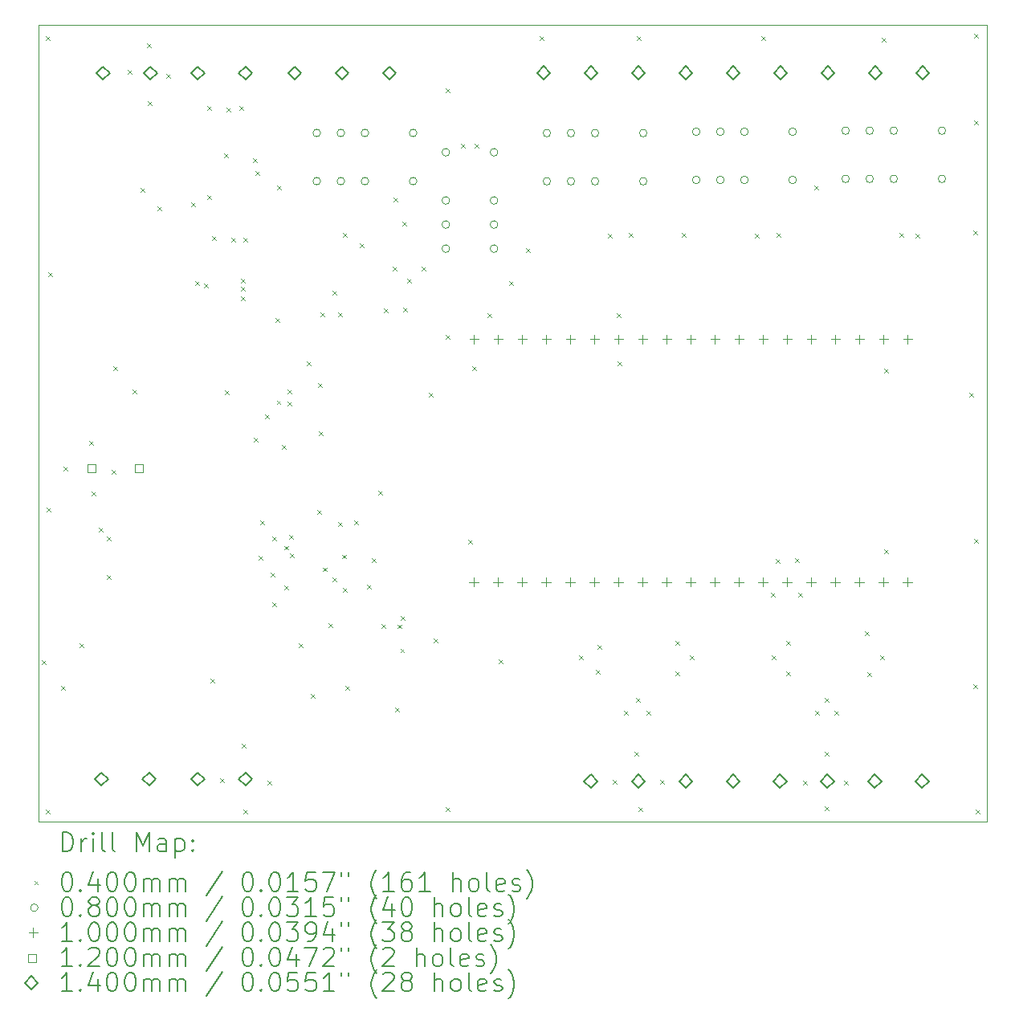
<source format=gbr>
%TF.GenerationSoftware,KiCad,Pcbnew,(6.0.8)*%
%TF.CreationDate,2023-11-14T22:21:59+13:00*%
%TF.ProjectId,Brain,42726169-6e2e-46b6-9963-61645f706362,rev?*%
%TF.SameCoordinates,Original*%
%TF.FileFunction,Drillmap*%
%TF.FilePolarity,Positive*%
%FSLAX45Y45*%
G04 Gerber Fmt 4.5, Leading zero omitted, Abs format (unit mm)*
G04 Created by KiCad (PCBNEW (6.0.8)) date 2023-11-14 22:21:59*
%MOMM*%
%LPD*%
G01*
G04 APERTURE LIST*
%ADD10C,0.100000*%
%ADD11C,0.200000*%
%ADD12C,0.040000*%
%ADD13C,0.080000*%
%ADD14C,0.120000*%
%ADD15C,0.140000*%
G04 APERTURE END LIST*
D10*
X10000000Y-15000000D02*
X20000000Y-15000000D01*
X20000000Y-15000000D02*
X20000000Y-6600000D01*
X20000000Y-6600000D02*
X10000000Y-6600000D01*
X10000000Y-6600000D02*
X10000000Y-15000000D01*
D11*
D12*
X10038400Y-13302300D02*
X10078400Y-13342300D01*
X10078400Y-13302300D02*
X10038400Y-13342300D01*
X10076500Y-6723700D02*
X10116500Y-6763700D01*
X10116500Y-6723700D02*
X10076500Y-6763700D01*
X10076500Y-14877100D02*
X10116500Y-14917100D01*
X10116500Y-14877100D02*
X10076500Y-14917100D01*
X10089200Y-11689400D02*
X10129200Y-11729400D01*
X10129200Y-11689400D02*
X10089200Y-11729400D01*
X10101900Y-9212900D02*
X10141900Y-9252900D01*
X10141900Y-9212900D02*
X10101900Y-9252900D01*
X10241600Y-13569000D02*
X10281600Y-13609000D01*
X10281600Y-13569000D02*
X10241600Y-13609000D01*
X10267000Y-11257600D02*
X10307000Y-11297600D01*
X10307000Y-11257600D02*
X10267000Y-11297600D01*
X10432100Y-13124500D02*
X10472100Y-13164500D01*
X10472100Y-13124500D02*
X10432100Y-13164500D01*
X10533700Y-10990900D02*
X10573700Y-11030900D01*
X10573700Y-10990900D02*
X10533700Y-11030900D01*
X10559100Y-11524300D02*
X10599100Y-11564300D01*
X10599100Y-11524300D02*
X10559100Y-11564300D01*
X10635300Y-11905300D02*
X10675300Y-11945300D01*
X10675300Y-11905300D02*
X10635300Y-11945300D01*
X10724200Y-11994200D02*
X10764200Y-12034200D01*
X10764200Y-11994200D02*
X10724200Y-12034200D01*
X10724200Y-12400600D02*
X10764200Y-12440600D01*
X10764200Y-12400600D02*
X10724200Y-12440600D01*
X10775000Y-11295700D02*
X10815000Y-11335700D01*
X10815000Y-11295700D02*
X10775000Y-11335700D01*
X10787700Y-10203500D02*
X10827700Y-10243500D01*
X10827700Y-10203500D02*
X10787700Y-10243500D01*
X10940100Y-7079300D02*
X10980100Y-7119300D01*
X10980100Y-7079300D02*
X10940100Y-7119300D01*
X10990900Y-10444800D02*
X11030900Y-10484800D01*
X11030900Y-10444800D02*
X10990900Y-10484800D01*
X11079800Y-8323900D02*
X11119800Y-8363900D01*
X11119800Y-8323900D02*
X11079800Y-8363900D01*
X11143300Y-6799900D02*
X11183300Y-6839900D01*
X11183300Y-6799900D02*
X11143300Y-6839900D01*
X11156000Y-7409500D02*
X11196000Y-7449500D01*
X11196000Y-7409500D02*
X11156000Y-7449500D01*
X11257600Y-8514400D02*
X11297600Y-8554400D01*
X11297600Y-8514400D02*
X11257600Y-8554400D01*
X11346500Y-7117400D02*
X11386500Y-7157400D01*
X11386500Y-7117400D02*
X11346500Y-7157400D01*
X11613200Y-8476300D02*
X11653200Y-8516300D01*
X11653200Y-8476300D02*
X11613200Y-8516300D01*
X11651300Y-9301800D02*
X11691300Y-9341800D01*
X11691300Y-9301800D02*
X11651300Y-9341800D01*
X11747600Y-9332500D02*
X11787600Y-9372500D01*
X11787600Y-9332500D02*
X11747600Y-9372500D01*
X11778300Y-7460300D02*
X11818300Y-7500300D01*
X11818300Y-7460300D02*
X11778300Y-7500300D01*
X11778300Y-8400100D02*
X11818300Y-8440100D01*
X11818300Y-8400100D02*
X11778300Y-8440100D01*
X11816400Y-13492800D02*
X11856400Y-13532800D01*
X11856400Y-13492800D02*
X11816400Y-13532800D01*
X11829100Y-8831900D02*
X11869100Y-8871900D01*
X11869100Y-8831900D02*
X11829100Y-8871900D01*
X11918000Y-14546900D02*
X11958000Y-14586900D01*
X11958000Y-14546900D02*
X11918000Y-14586900D01*
X11956100Y-7955600D02*
X11996100Y-7995600D01*
X11996100Y-7955600D02*
X11956100Y-7995600D01*
X11968250Y-10458050D02*
X12008250Y-10498050D01*
X12008250Y-10458050D02*
X11968250Y-10498050D01*
X11981500Y-7473000D02*
X12021500Y-7513000D01*
X12021500Y-7473000D02*
X11981500Y-7513000D01*
X12032300Y-8844600D02*
X12072300Y-8884600D01*
X12072300Y-8844600D02*
X12032300Y-8884600D01*
X12121200Y-7460300D02*
X12161200Y-7500300D01*
X12161200Y-7460300D02*
X12121200Y-7500300D01*
X12133900Y-9276400D02*
X12173900Y-9316400D01*
X12173900Y-9276400D02*
X12133900Y-9316400D01*
X12133900Y-9365300D02*
X12173900Y-9405300D01*
X12173900Y-9365300D02*
X12133900Y-9405300D01*
X12133900Y-9466900D02*
X12173900Y-9506900D01*
X12173900Y-9466900D02*
X12133900Y-9506900D01*
X12146600Y-14178600D02*
X12186600Y-14218600D01*
X12186600Y-14178600D02*
X12146600Y-14218600D01*
X12159300Y-8844600D02*
X12199300Y-8884600D01*
X12199300Y-8844600D02*
X12159300Y-8884600D01*
X12159300Y-14877100D02*
X12199300Y-14917100D01*
X12199300Y-14877100D02*
X12159300Y-14917100D01*
X12260900Y-8006400D02*
X12300900Y-8046400D01*
X12300900Y-8006400D02*
X12260900Y-8046400D01*
X12273600Y-10952800D02*
X12313600Y-10992800D01*
X12313600Y-10952800D02*
X12273600Y-10992800D01*
X12286300Y-8146100D02*
X12326300Y-8186100D01*
X12326300Y-8146100D02*
X12286300Y-8186100D01*
X12324400Y-12197400D02*
X12364400Y-12237400D01*
X12364400Y-12197400D02*
X12324400Y-12237400D01*
X12337100Y-11829100D02*
X12377100Y-11869100D01*
X12377100Y-11829100D02*
X12337100Y-11869100D01*
X12387900Y-10711500D02*
X12427900Y-10751500D01*
X12427900Y-10711500D02*
X12387900Y-10751500D01*
X12413300Y-14572300D02*
X12453300Y-14612300D01*
X12453300Y-14572300D02*
X12413300Y-14612300D01*
X12451400Y-12375200D02*
X12491400Y-12415200D01*
X12491400Y-12375200D02*
X12451400Y-12415200D01*
X12464100Y-11994200D02*
X12504100Y-12034200D01*
X12504100Y-11994200D02*
X12464100Y-12034200D01*
X12464100Y-12692700D02*
X12504100Y-12732700D01*
X12504100Y-12692700D02*
X12464100Y-12732700D01*
X12502200Y-9695500D02*
X12542200Y-9735500D01*
X12542200Y-9695500D02*
X12502200Y-9735500D01*
X12512950Y-10561050D02*
X12552950Y-10601050D01*
X12552950Y-10561050D02*
X12512950Y-10601050D01*
X12514900Y-8298500D02*
X12554900Y-8338500D01*
X12554900Y-8298500D02*
X12514900Y-8338500D01*
X12565700Y-11029000D02*
X12605700Y-11069000D01*
X12605700Y-11029000D02*
X12565700Y-11069000D01*
X12590613Y-12095216D02*
X12630613Y-12135216D01*
X12630613Y-12095216D02*
X12590613Y-12135216D01*
X12591100Y-12514900D02*
X12631100Y-12554900D01*
X12631100Y-12514900D02*
X12591100Y-12554900D01*
X12625700Y-10448300D02*
X12665700Y-10488300D01*
X12665700Y-10448300D02*
X12625700Y-10488300D01*
X12625700Y-10575300D02*
X12665700Y-10615300D01*
X12665700Y-10575300D02*
X12625700Y-10615300D01*
X12641900Y-11981500D02*
X12681900Y-12021500D01*
X12681900Y-11981500D02*
X12641900Y-12021500D01*
X12654600Y-12172000D02*
X12694600Y-12212000D01*
X12694600Y-12172000D02*
X12654600Y-12212000D01*
X12743500Y-13124500D02*
X12783500Y-13164500D01*
X12783500Y-13124500D02*
X12743500Y-13164500D01*
X12832400Y-10152700D02*
X12872400Y-10192700D01*
X12872400Y-10152700D02*
X12832400Y-10192700D01*
X12870500Y-13657900D02*
X12910500Y-13697900D01*
X12910500Y-13657900D02*
X12870500Y-13697900D01*
X12939050Y-11714400D02*
X12979050Y-11754400D01*
X12979050Y-11714400D02*
X12939050Y-11754400D01*
X12946700Y-10381300D02*
X12986700Y-10421300D01*
X12986700Y-10381300D02*
X12946700Y-10421300D01*
X12959400Y-10889300D02*
X12999400Y-10929300D01*
X12999400Y-10889300D02*
X12959400Y-10929300D01*
X12972100Y-9632000D02*
X13012100Y-9672000D01*
X13012100Y-9632000D02*
X12972100Y-9672000D01*
X12999046Y-12322853D02*
X13039046Y-12362853D01*
X13039046Y-12322853D02*
X12999046Y-12362853D01*
X13061000Y-12908600D02*
X13101000Y-12948600D01*
X13101000Y-12908600D02*
X13061000Y-12948600D01*
X13099100Y-12426000D02*
X13139100Y-12466000D01*
X13139100Y-12426000D02*
X13099100Y-12466000D01*
X13102150Y-9406450D02*
X13142150Y-9446450D01*
X13142150Y-9406450D02*
X13102150Y-9446450D01*
X13162600Y-9632000D02*
X13202600Y-9672000D01*
X13202600Y-9632000D02*
X13162600Y-9672000D01*
X13162600Y-11841400D02*
X13202600Y-11881400D01*
X13202600Y-11841400D02*
X13162600Y-11881400D01*
X13198963Y-12186437D02*
X13238963Y-12226437D01*
X13238963Y-12186437D02*
X13198963Y-12226437D01*
X13213400Y-8793800D02*
X13253400Y-8833800D01*
X13253400Y-8793800D02*
X13213400Y-8833800D01*
X13213400Y-12540300D02*
X13253400Y-12580300D01*
X13253400Y-12540300D02*
X13213400Y-12580300D01*
X13238800Y-13569000D02*
X13278800Y-13609000D01*
X13278800Y-13569000D02*
X13238800Y-13609000D01*
X13327700Y-11829100D02*
X13367700Y-11869100D01*
X13367700Y-11829100D02*
X13327700Y-11869100D01*
X13391200Y-8908100D02*
X13431200Y-8948100D01*
X13431200Y-8908100D02*
X13391200Y-8948100D01*
X13467400Y-12502200D02*
X13507400Y-12542200D01*
X13507400Y-12502200D02*
X13467400Y-12542200D01*
X13518200Y-12222800D02*
X13558200Y-12262800D01*
X13558200Y-12222800D02*
X13518200Y-12262800D01*
X13581700Y-11511600D02*
X13621700Y-11551600D01*
X13621700Y-11511600D02*
X13581700Y-11551600D01*
X13619800Y-12921300D02*
X13659800Y-12961300D01*
X13659800Y-12921300D02*
X13619800Y-12961300D01*
X13645200Y-9593900D02*
X13685200Y-9633900D01*
X13685200Y-9593900D02*
X13645200Y-9633900D01*
X13734100Y-9149400D02*
X13774100Y-9189400D01*
X13774100Y-9149400D02*
X13734100Y-9189400D01*
X13746800Y-8425500D02*
X13786800Y-8465500D01*
X13786800Y-8425500D02*
X13746800Y-8465500D01*
X13759500Y-13797600D02*
X13799500Y-13837600D01*
X13799500Y-13797600D02*
X13759500Y-13837600D01*
X13783628Y-12924269D02*
X13823628Y-12964269D01*
X13823628Y-12924269D02*
X13783628Y-12964269D01*
X13816750Y-13177424D02*
X13856750Y-13217424D01*
X13856750Y-13177424D02*
X13816750Y-13217424D01*
X13823000Y-12832400D02*
X13863000Y-12872400D01*
X13863000Y-12832400D02*
X13823000Y-12872400D01*
X13835700Y-8679500D02*
X13875700Y-8719500D01*
X13875700Y-8679500D02*
X13835700Y-8719500D01*
X13848400Y-9581200D02*
X13888400Y-9621200D01*
X13888400Y-9581200D02*
X13848400Y-9621200D01*
X13886500Y-9276400D02*
X13926500Y-9316400D01*
X13926500Y-9276400D02*
X13886500Y-9316400D01*
X14038900Y-9149400D02*
X14078900Y-9189400D01*
X14078900Y-9149400D02*
X14038900Y-9189400D01*
X14115100Y-10482900D02*
X14155100Y-10522900D01*
X14155100Y-10482900D02*
X14115100Y-10522900D01*
X14165900Y-13073700D02*
X14205900Y-13113700D01*
X14205900Y-13073700D02*
X14165900Y-13113700D01*
X14292900Y-7269800D02*
X14332900Y-7309800D01*
X14332900Y-7269800D02*
X14292900Y-7309800D01*
X14292900Y-9873300D02*
X14332900Y-9913300D01*
X14332900Y-9873300D02*
X14292900Y-9913300D01*
X14292900Y-14851700D02*
X14332900Y-14891700D01*
X14332900Y-14851700D02*
X14292900Y-14891700D01*
X14458000Y-7854000D02*
X14498000Y-7894000D01*
X14498000Y-7854000D02*
X14458000Y-7894000D01*
X14534200Y-12032300D02*
X14574200Y-12072300D01*
X14574200Y-12032300D02*
X14534200Y-12072300D01*
X14572300Y-10203500D02*
X14612300Y-10243500D01*
X14612300Y-10203500D02*
X14572300Y-10243500D01*
X14597700Y-7854000D02*
X14637700Y-7894000D01*
X14637700Y-7854000D02*
X14597700Y-7894000D01*
X14737400Y-9644700D02*
X14777400Y-9684700D01*
X14777400Y-9644700D02*
X14737400Y-9684700D01*
X14851700Y-13289600D02*
X14891700Y-13329600D01*
X14891700Y-13289600D02*
X14851700Y-13329600D01*
X14966000Y-9301800D02*
X15006000Y-9341800D01*
X15006000Y-9301800D02*
X14966000Y-9341800D01*
X15143800Y-8958900D02*
X15183800Y-8998900D01*
X15183800Y-8958900D02*
X15143800Y-8998900D01*
X15283500Y-6723700D02*
X15323500Y-6763700D01*
X15323500Y-6723700D02*
X15283500Y-6763700D01*
X15702600Y-13251500D02*
X15742600Y-13291500D01*
X15742600Y-13251500D02*
X15702600Y-13291500D01*
X15880400Y-13403900D02*
X15920400Y-13443900D01*
X15920400Y-13403900D02*
X15880400Y-13443900D01*
X15893100Y-13137200D02*
X15933100Y-13177200D01*
X15933100Y-13137200D02*
X15893100Y-13177200D01*
X16007400Y-8806500D02*
X16047400Y-8846500D01*
X16047400Y-8806500D02*
X16007400Y-8846500D01*
X16058200Y-14559600D02*
X16098200Y-14599600D01*
X16098200Y-14559600D02*
X16058200Y-14599600D01*
X16096300Y-9644700D02*
X16136300Y-9684700D01*
X16136300Y-9644700D02*
X16096300Y-9684700D01*
X16109000Y-10152700D02*
X16149000Y-10192700D01*
X16149000Y-10152700D02*
X16109000Y-10192700D01*
X16172500Y-13835700D02*
X16212500Y-13875700D01*
X16212500Y-13835700D02*
X16172500Y-13875700D01*
X16223300Y-8793800D02*
X16263300Y-8833800D01*
X16263300Y-8793800D02*
X16223300Y-8833800D01*
X16286800Y-14267500D02*
X16326800Y-14307500D01*
X16326800Y-14267500D02*
X16286800Y-14307500D01*
X16299500Y-13696000D02*
X16339500Y-13736000D01*
X16339500Y-13696000D02*
X16299500Y-13736000D01*
X16312200Y-6723700D02*
X16352200Y-6763700D01*
X16352200Y-6723700D02*
X16312200Y-6763700D01*
X16324900Y-14851700D02*
X16364900Y-14891700D01*
X16364900Y-14851700D02*
X16324900Y-14891700D01*
X16413800Y-13835700D02*
X16453800Y-13875700D01*
X16453800Y-13835700D02*
X16413800Y-13875700D01*
X16553500Y-14559600D02*
X16593500Y-14599600D01*
X16593500Y-14559600D02*
X16553500Y-14599600D01*
X16718600Y-13099100D02*
X16758600Y-13139100D01*
X16758600Y-13099100D02*
X16718600Y-13139100D01*
X16718600Y-13416600D02*
X16758600Y-13456600D01*
X16758600Y-13416600D02*
X16718600Y-13456600D01*
X16782100Y-8793800D02*
X16822100Y-8833800D01*
X16822100Y-8793800D02*
X16782100Y-8833800D01*
X16871000Y-13251500D02*
X16911000Y-13291500D01*
X16911000Y-13251500D02*
X16871000Y-13291500D01*
X17556800Y-8806500D02*
X17596800Y-8846500D01*
X17596800Y-8806500D02*
X17556800Y-8846500D01*
X17620300Y-6723700D02*
X17660300Y-6763700D01*
X17660300Y-6723700D02*
X17620300Y-6763700D01*
X17721900Y-12591100D02*
X17761900Y-12631100D01*
X17761900Y-12591100D02*
X17721900Y-12631100D01*
X17734600Y-13251500D02*
X17774600Y-13291500D01*
X17774600Y-13251500D02*
X17734600Y-13291500D01*
X17772700Y-12235500D02*
X17812700Y-12275500D01*
X17812700Y-12235500D02*
X17772700Y-12275500D01*
X17785400Y-8793800D02*
X17825400Y-8833800D01*
X17825400Y-8793800D02*
X17785400Y-8833800D01*
X17887000Y-13099100D02*
X17927000Y-13139100D01*
X17927000Y-13099100D02*
X17887000Y-13139100D01*
X17887000Y-13416600D02*
X17927000Y-13456600D01*
X17927000Y-13416600D02*
X17887000Y-13456600D01*
X17975900Y-12222800D02*
X18015900Y-12262800D01*
X18015900Y-12222800D02*
X17975900Y-12262800D01*
X18014000Y-12591100D02*
X18054000Y-12631100D01*
X18054000Y-12591100D02*
X18014000Y-12631100D01*
X18064800Y-14572300D02*
X18104800Y-14612300D01*
X18104800Y-14572300D02*
X18064800Y-14612300D01*
X18179100Y-8298500D02*
X18219100Y-8338500D01*
X18219100Y-8298500D02*
X18179100Y-8338500D01*
X18191800Y-13835700D02*
X18231800Y-13875700D01*
X18231800Y-13835700D02*
X18191800Y-13875700D01*
X18293400Y-13696000D02*
X18333400Y-13736000D01*
X18333400Y-13696000D02*
X18293400Y-13736000D01*
X18293400Y-14267500D02*
X18333400Y-14307500D01*
X18333400Y-14267500D02*
X18293400Y-14307500D01*
X18293400Y-14839000D02*
X18333400Y-14879000D01*
X18333400Y-14839000D02*
X18293400Y-14879000D01*
X18395000Y-13835700D02*
X18435000Y-13875700D01*
X18435000Y-13835700D02*
X18395000Y-13875700D01*
X18496600Y-14572300D02*
X18536600Y-14612300D01*
X18536600Y-14572300D02*
X18496600Y-14612300D01*
X18712500Y-12997500D02*
X18752500Y-13037500D01*
X18752500Y-12997500D02*
X18712500Y-13037500D01*
X18737900Y-13429300D02*
X18777900Y-13469300D01*
X18777900Y-13429300D02*
X18737900Y-13469300D01*
X18877600Y-13251500D02*
X18917600Y-13291500D01*
X18917600Y-13251500D02*
X18877600Y-13291500D01*
X18890300Y-6736400D02*
X18930300Y-6776400D01*
X18930300Y-6736400D02*
X18890300Y-6776400D01*
X18915700Y-10228900D02*
X18955700Y-10268900D01*
X18955700Y-10228900D02*
X18915700Y-10268900D01*
X18915700Y-12133900D02*
X18955700Y-12173900D01*
X18955700Y-12133900D02*
X18915700Y-12173900D01*
X19080800Y-8793800D02*
X19120800Y-8833800D01*
X19120800Y-8793800D02*
X19080800Y-8833800D01*
X19245900Y-8806500D02*
X19285900Y-8846500D01*
X19285900Y-8806500D02*
X19245900Y-8846500D01*
X19817400Y-10482900D02*
X19857400Y-10522900D01*
X19857400Y-10482900D02*
X19817400Y-10522900D01*
X19855500Y-8768400D02*
X19895500Y-8808400D01*
X19895500Y-8768400D02*
X19855500Y-8808400D01*
X19855500Y-13556300D02*
X19895500Y-13596300D01*
X19895500Y-13556300D02*
X19855500Y-13596300D01*
X19868200Y-6698300D02*
X19908200Y-6738300D01*
X19908200Y-6698300D02*
X19868200Y-6738300D01*
X19868200Y-7612700D02*
X19908200Y-7652700D01*
X19908200Y-7612700D02*
X19868200Y-7652700D01*
X19868200Y-12019600D02*
X19908200Y-12059600D01*
X19908200Y-12019600D02*
X19868200Y-12059600D01*
X19880900Y-14877100D02*
X19920900Y-14917100D01*
X19920900Y-14877100D02*
X19880900Y-14917100D01*
D13*
X12974050Y-7741550D02*
G75*
G03*
X12974050Y-7741550I-40000J0D01*
G01*
X12974050Y-8249550D02*
G75*
G03*
X12974050Y-8249550I-40000J0D01*
G01*
X13228050Y-7741550D02*
G75*
G03*
X13228050Y-7741550I-40000J0D01*
G01*
X13228050Y-8249550D02*
G75*
G03*
X13228050Y-8249550I-40000J0D01*
G01*
X13482050Y-7741550D02*
G75*
G03*
X13482050Y-7741550I-40000J0D01*
G01*
X13482050Y-8249550D02*
G75*
G03*
X13482050Y-8249550I-40000J0D01*
G01*
X13990050Y-7741550D02*
G75*
G03*
X13990050Y-7741550I-40000J0D01*
G01*
X13990050Y-8249550D02*
G75*
G03*
X13990050Y-8249550I-40000J0D01*
G01*
X14334750Y-7944750D02*
G75*
G03*
X14334750Y-7944750I-40000J0D01*
G01*
X14334750Y-8452750D02*
G75*
G03*
X14334750Y-8452750I-40000J0D01*
G01*
X14334750Y-8706750D02*
G75*
G03*
X14334750Y-8706750I-40000J0D01*
G01*
X14334750Y-8960750D02*
G75*
G03*
X14334750Y-8960750I-40000J0D01*
G01*
X14842750Y-7944750D02*
G75*
G03*
X14842750Y-7944750I-40000J0D01*
G01*
X14842750Y-8452750D02*
G75*
G03*
X14842750Y-8452750I-40000J0D01*
G01*
X14842750Y-8706750D02*
G75*
G03*
X14842750Y-8706750I-40000J0D01*
G01*
X14842750Y-8960750D02*
G75*
G03*
X14842750Y-8960750I-40000J0D01*
G01*
X15399750Y-7741550D02*
G75*
G03*
X15399750Y-7741550I-40000J0D01*
G01*
X15399750Y-8249550D02*
G75*
G03*
X15399750Y-8249550I-40000J0D01*
G01*
X15653750Y-7741550D02*
G75*
G03*
X15653750Y-7741550I-40000J0D01*
G01*
X15653750Y-8249550D02*
G75*
G03*
X15653750Y-8249550I-40000J0D01*
G01*
X15907750Y-7741550D02*
G75*
G03*
X15907750Y-7741550I-40000J0D01*
G01*
X15907750Y-8249550D02*
G75*
G03*
X15907750Y-8249550I-40000J0D01*
G01*
X16415750Y-7741550D02*
G75*
G03*
X16415750Y-7741550I-40000J0D01*
G01*
X16415750Y-8249550D02*
G75*
G03*
X16415750Y-8249550I-40000J0D01*
G01*
X16974550Y-7728850D02*
G75*
G03*
X16974550Y-7728850I-40000J0D01*
G01*
X16974550Y-8236850D02*
G75*
G03*
X16974550Y-8236850I-40000J0D01*
G01*
X17228550Y-7728850D02*
G75*
G03*
X17228550Y-7728850I-40000J0D01*
G01*
X17228550Y-8236850D02*
G75*
G03*
X17228550Y-8236850I-40000J0D01*
G01*
X17482550Y-7728850D02*
G75*
G03*
X17482550Y-7728850I-40000J0D01*
G01*
X17482550Y-8236850D02*
G75*
G03*
X17482550Y-8236850I-40000J0D01*
G01*
X17990550Y-7728850D02*
G75*
G03*
X17990550Y-7728850I-40000J0D01*
G01*
X17990550Y-8236850D02*
G75*
G03*
X17990550Y-8236850I-40000J0D01*
G01*
X18549350Y-7716150D02*
G75*
G03*
X18549350Y-7716150I-40000J0D01*
G01*
X18549350Y-8224150D02*
G75*
G03*
X18549350Y-8224150I-40000J0D01*
G01*
X18803350Y-7716150D02*
G75*
G03*
X18803350Y-7716150I-40000J0D01*
G01*
X18803350Y-8224150D02*
G75*
G03*
X18803350Y-8224150I-40000J0D01*
G01*
X19057350Y-7716150D02*
G75*
G03*
X19057350Y-7716150I-40000J0D01*
G01*
X19057350Y-8224150D02*
G75*
G03*
X19057350Y-8224150I-40000J0D01*
G01*
X19565350Y-7716150D02*
G75*
G03*
X19565350Y-7716150I-40000J0D01*
G01*
X19565350Y-8224150D02*
G75*
G03*
X19565350Y-8224150I-40000J0D01*
G01*
D10*
X14591300Y-12423900D02*
X14591300Y-12523900D01*
X14541300Y-12473900D02*
X14641300Y-12473900D01*
X14593300Y-9866200D02*
X14593300Y-9966200D01*
X14543300Y-9916200D02*
X14643300Y-9916200D01*
X14845300Y-12423900D02*
X14845300Y-12523900D01*
X14795300Y-12473900D02*
X14895300Y-12473900D01*
X14847300Y-9866200D02*
X14847300Y-9966200D01*
X14797300Y-9916200D02*
X14897300Y-9916200D01*
X15099300Y-12423900D02*
X15099300Y-12523900D01*
X15049300Y-12473900D02*
X15149300Y-12473900D01*
X15101300Y-9866200D02*
X15101300Y-9966200D01*
X15051300Y-9916200D02*
X15151300Y-9916200D01*
X15353300Y-12423900D02*
X15353300Y-12523900D01*
X15303300Y-12473900D02*
X15403300Y-12473900D01*
X15355300Y-9866200D02*
X15355300Y-9966200D01*
X15305300Y-9916200D02*
X15405300Y-9916200D01*
X15607300Y-12423900D02*
X15607300Y-12523900D01*
X15557300Y-12473900D02*
X15657300Y-12473900D01*
X15609300Y-9866200D02*
X15609300Y-9966200D01*
X15559300Y-9916200D02*
X15659300Y-9916200D01*
X15861300Y-12423900D02*
X15861300Y-12523900D01*
X15811300Y-12473900D02*
X15911300Y-12473900D01*
X15863300Y-9866200D02*
X15863300Y-9966200D01*
X15813300Y-9916200D02*
X15913300Y-9916200D01*
X16115300Y-12423900D02*
X16115300Y-12523900D01*
X16065300Y-12473900D02*
X16165300Y-12473900D01*
X16117300Y-9866200D02*
X16117300Y-9966200D01*
X16067300Y-9916200D02*
X16167300Y-9916200D01*
X16369300Y-12423900D02*
X16369300Y-12523900D01*
X16319300Y-12473900D02*
X16419300Y-12473900D01*
X16371300Y-9866200D02*
X16371300Y-9966200D01*
X16321300Y-9916200D02*
X16421300Y-9916200D01*
X16623300Y-12423900D02*
X16623300Y-12523900D01*
X16573300Y-12473900D02*
X16673300Y-12473900D01*
X16625300Y-9866200D02*
X16625300Y-9966200D01*
X16575300Y-9916200D02*
X16675300Y-9916200D01*
X16877300Y-12423900D02*
X16877300Y-12523900D01*
X16827300Y-12473900D02*
X16927300Y-12473900D01*
X16879300Y-9866200D02*
X16879300Y-9966200D01*
X16829300Y-9916200D02*
X16929300Y-9916200D01*
X17131300Y-12423900D02*
X17131300Y-12523900D01*
X17081300Y-12473900D02*
X17181300Y-12473900D01*
X17133300Y-9866200D02*
X17133300Y-9966200D01*
X17083300Y-9916200D02*
X17183300Y-9916200D01*
X17385300Y-12423900D02*
X17385300Y-12523900D01*
X17335300Y-12473900D02*
X17435300Y-12473900D01*
X17387300Y-9866200D02*
X17387300Y-9966200D01*
X17337300Y-9916200D02*
X17437300Y-9916200D01*
X17639300Y-12423900D02*
X17639300Y-12523900D01*
X17589300Y-12473900D02*
X17689300Y-12473900D01*
X17641300Y-9866200D02*
X17641300Y-9966200D01*
X17591300Y-9916200D02*
X17691300Y-9916200D01*
X17893300Y-12423900D02*
X17893300Y-12523900D01*
X17843300Y-12473900D02*
X17943300Y-12473900D01*
X17895300Y-9866200D02*
X17895300Y-9966200D01*
X17845300Y-9916200D02*
X17945300Y-9916200D01*
X18147300Y-12423900D02*
X18147300Y-12523900D01*
X18097300Y-12473900D02*
X18197300Y-12473900D01*
X18149300Y-9866200D02*
X18149300Y-9966200D01*
X18099300Y-9916200D02*
X18199300Y-9916200D01*
X18401300Y-12423900D02*
X18401300Y-12523900D01*
X18351300Y-12473900D02*
X18451300Y-12473900D01*
X18403300Y-9866200D02*
X18403300Y-9966200D01*
X18353300Y-9916200D02*
X18453300Y-9916200D01*
X18655300Y-12423900D02*
X18655300Y-12523900D01*
X18605300Y-12473900D02*
X18705300Y-12473900D01*
X18657300Y-9866200D02*
X18657300Y-9966200D01*
X18607300Y-9916200D02*
X18707300Y-9916200D01*
X18909300Y-12423900D02*
X18909300Y-12523900D01*
X18859300Y-12473900D02*
X18959300Y-12473900D01*
X18911300Y-9866200D02*
X18911300Y-9966200D01*
X18861300Y-9916200D02*
X18961300Y-9916200D01*
X19163300Y-12423900D02*
X19163300Y-12523900D01*
X19113300Y-12473900D02*
X19213300Y-12473900D01*
X19165300Y-9866200D02*
X19165300Y-9966200D01*
X19115300Y-9916200D02*
X19215300Y-9916200D01*
D14*
X10604127Y-11320027D02*
X10604127Y-11235173D01*
X10519273Y-11235173D01*
X10519273Y-11320027D01*
X10604127Y-11320027D01*
X11104127Y-11320027D02*
X11104127Y-11235173D01*
X11019273Y-11235173D01*
X11019273Y-11320027D01*
X11104127Y-11320027D01*
D15*
X10664700Y-14623800D02*
X10734700Y-14553800D01*
X10664700Y-14483800D01*
X10594700Y-14553800D01*
X10664700Y-14623800D01*
X10680700Y-7182000D02*
X10750700Y-7112000D01*
X10680700Y-7042000D01*
X10610700Y-7112000D01*
X10680700Y-7182000D01*
X11164700Y-14623800D02*
X11234700Y-14553800D01*
X11164700Y-14483800D01*
X11094700Y-14553800D01*
X11164700Y-14623800D01*
X11180700Y-7182000D02*
X11250700Y-7112000D01*
X11180700Y-7042000D01*
X11110700Y-7112000D01*
X11180700Y-7182000D01*
X11680700Y-7182000D02*
X11750700Y-7112000D01*
X11680700Y-7042000D01*
X11610700Y-7112000D01*
X11680700Y-7182000D01*
X11680700Y-14623800D02*
X11750700Y-14553800D01*
X11680700Y-14483800D01*
X11610700Y-14553800D01*
X11680700Y-14623800D01*
X12180700Y-7182000D02*
X12250700Y-7112000D01*
X12180700Y-7042000D01*
X12110700Y-7112000D01*
X12180700Y-7182000D01*
X12180700Y-14623800D02*
X12250700Y-14553800D01*
X12180700Y-14483800D01*
X12110700Y-14553800D01*
X12180700Y-14623800D01*
X12700000Y-7182000D02*
X12770000Y-7112000D01*
X12700000Y-7042000D01*
X12630000Y-7112000D01*
X12700000Y-7182000D01*
X13200000Y-7182000D02*
X13270000Y-7112000D01*
X13200000Y-7042000D01*
X13130000Y-7112000D01*
X13200000Y-7182000D01*
X13700000Y-7182000D02*
X13770000Y-7112000D01*
X13700000Y-7042000D01*
X13630000Y-7112000D01*
X13700000Y-7182000D01*
X15324200Y-7178050D02*
X15394200Y-7108050D01*
X15324200Y-7038050D01*
X15254200Y-7108050D01*
X15324200Y-7178050D01*
X15823500Y-14645650D02*
X15893500Y-14575650D01*
X15823500Y-14505650D01*
X15753500Y-14575650D01*
X15823500Y-14645650D01*
X15824200Y-7178050D02*
X15894200Y-7108050D01*
X15824200Y-7038050D01*
X15754200Y-7108050D01*
X15824200Y-7178050D01*
X16323500Y-14645650D02*
X16393500Y-14575650D01*
X16323500Y-14505650D01*
X16253500Y-14575650D01*
X16323500Y-14645650D01*
X16324200Y-7178050D02*
X16394200Y-7108050D01*
X16324200Y-7038050D01*
X16254200Y-7108050D01*
X16324200Y-7178050D01*
X16822800Y-7178050D02*
X16892800Y-7108050D01*
X16822800Y-7038050D01*
X16752800Y-7108050D01*
X16822800Y-7178050D01*
X16823500Y-14645650D02*
X16893500Y-14575650D01*
X16823500Y-14505650D01*
X16753500Y-14575650D01*
X16823500Y-14645650D01*
X17322800Y-7178050D02*
X17392800Y-7108050D01*
X17322800Y-7038050D01*
X17252800Y-7108050D01*
X17322800Y-7178050D01*
X17323500Y-14645650D02*
X17393500Y-14575650D01*
X17323500Y-14505650D01*
X17253500Y-14575650D01*
X17323500Y-14645650D01*
X17817400Y-14645650D02*
X17887400Y-14575650D01*
X17817400Y-14505650D01*
X17747400Y-14575650D01*
X17817400Y-14645650D01*
X17822800Y-7178050D02*
X17892800Y-7108050D01*
X17822800Y-7038050D01*
X17752800Y-7108050D01*
X17822800Y-7178050D01*
X18317400Y-14645650D02*
X18387400Y-14575650D01*
X18317400Y-14505650D01*
X18247400Y-14575650D01*
X18317400Y-14645650D01*
X18321400Y-7178050D02*
X18391400Y-7108050D01*
X18321400Y-7038050D01*
X18251400Y-7108050D01*
X18321400Y-7178050D01*
X18817400Y-14645650D02*
X18887400Y-14575650D01*
X18817400Y-14505650D01*
X18747400Y-14575650D01*
X18817400Y-14645650D01*
X18821400Y-7178050D02*
X18891400Y-7108050D01*
X18821400Y-7038050D01*
X18751400Y-7108050D01*
X18821400Y-7178050D01*
X19317400Y-14645650D02*
X19387400Y-14575650D01*
X19317400Y-14505650D01*
X19247400Y-14575650D01*
X19317400Y-14645650D01*
X19321400Y-7178050D02*
X19391400Y-7108050D01*
X19321400Y-7038050D01*
X19251400Y-7108050D01*
X19321400Y-7178050D01*
D11*
X10252619Y-15315476D02*
X10252619Y-15115476D01*
X10300238Y-15115476D01*
X10328810Y-15125000D01*
X10347857Y-15144048D01*
X10357381Y-15163095D01*
X10366905Y-15201190D01*
X10366905Y-15229762D01*
X10357381Y-15267857D01*
X10347857Y-15286905D01*
X10328810Y-15305952D01*
X10300238Y-15315476D01*
X10252619Y-15315476D01*
X10452619Y-15315476D02*
X10452619Y-15182143D01*
X10452619Y-15220238D02*
X10462143Y-15201190D01*
X10471667Y-15191667D01*
X10490714Y-15182143D01*
X10509762Y-15182143D01*
X10576429Y-15315476D02*
X10576429Y-15182143D01*
X10576429Y-15115476D02*
X10566905Y-15125000D01*
X10576429Y-15134524D01*
X10585952Y-15125000D01*
X10576429Y-15115476D01*
X10576429Y-15134524D01*
X10700238Y-15315476D02*
X10681190Y-15305952D01*
X10671667Y-15286905D01*
X10671667Y-15115476D01*
X10805000Y-15315476D02*
X10785952Y-15305952D01*
X10776429Y-15286905D01*
X10776429Y-15115476D01*
X11033571Y-15315476D02*
X11033571Y-15115476D01*
X11100238Y-15258333D01*
X11166905Y-15115476D01*
X11166905Y-15315476D01*
X11347857Y-15315476D02*
X11347857Y-15210714D01*
X11338333Y-15191667D01*
X11319286Y-15182143D01*
X11281190Y-15182143D01*
X11262143Y-15191667D01*
X11347857Y-15305952D02*
X11328809Y-15315476D01*
X11281190Y-15315476D01*
X11262143Y-15305952D01*
X11252619Y-15286905D01*
X11252619Y-15267857D01*
X11262143Y-15248809D01*
X11281190Y-15239286D01*
X11328809Y-15239286D01*
X11347857Y-15229762D01*
X11443095Y-15182143D02*
X11443095Y-15382143D01*
X11443095Y-15191667D02*
X11462143Y-15182143D01*
X11500238Y-15182143D01*
X11519286Y-15191667D01*
X11528809Y-15201190D01*
X11538333Y-15220238D01*
X11538333Y-15277381D01*
X11528809Y-15296428D01*
X11519286Y-15305952D01*
X11500238Y-15315476D01*
X11462143Y-15315476D01*
X11443095Y-15305952D01*
X11624048Y-15296428D02*
X11633571Y-15305952D01*
X11624048Y-15315476D01*
X11614524Y-15305952D01*
X11624048Y-15296428D01*
X11624048Y-15315476D01*
X11624048Y-15191667D02*
X11633571Y-15201190D01*
X11624048Y-15210714D01*
X11614524Y-15201190D01*
X11624048Y-15191667D01*
X11624048Y-15210714D01*
D12*
X9955000Y-15625000D02*
X9995000Y-15665000D01*
X9995000Y-15625000D02*
X9955000Y-15665000D01*
D11*
X10290714Y-15535476D02*
X10309762Y-15535476D01*
X10328810Y-15545000D01*
X10338333Y-15554524D01*
X10347857Y-15573571D01*
X10357381Y-15611667D01*
X10357381Y-15659286D01*
X10347857Y-15697381D01*
X10338333Y-15716428D01*
X10328810Y-15725952D01*
X10309762Y-15735476D01*
X10290714Y-15735476D01*
X10271667Y-15725952D01*
X10262143Y-15716428D01*
X10252619Y-15697381D01*
X10243095Y-15659286D01*
X10243095Y-15611667D01*
X10252619Y-15573571D01*
X10262143Y-15554524D01*
X10271667Y-15545000D01*
X10290714Y-15535476D01*
X10443095Y-15716428D02*
X10452619Y-15725952D01*
X10443095Y-15735476D01*
X10433571Y-15725952D01*
X10443095Y-15716428D01*
X10443095Y-15735476D01*
X10624048Y-15602143D02*
X10624048Y-15735476D01*
X10576429Y-15525952D02*
X10528810Y-15668809D01*
X10652619Y-15668809D01*
X10766905Y-15535476D02*
X10785952Y-15535476D01*
X10805000Y-15545000D01*
X10814524Y-15554524D01*
X10824048Y-15573571D01*
X10833571Y-15611667D01*
X10833571Y-15659286D01*
X10824048Y-15697381D01*
X10814524Y-15716428D01*
X10805000Y-15725952D01*
X10785952Y-15735476D01*
X10766905Y-15735476D01*
X10747857Y-15725952D01*
X10738333Y-15716428D01*
X10728810Y-15697381D01*
X10719286Y-15659286D01*
X10719286Y-15611667D01*
X10728810Y-15573571D01*
X10738333Y-15554524D01*
X10747857Y-15545000D01*
X10766905Y-15535476D01*
X10957381Y-15535476D02*
X10976429Y-15535476D01*
X10995476Y-15545000D01*
X11005000Y-15554524D01*
X11014524Y-15573571D01*
X11024048Y-15611667D01*
X11024048Y-15659286D01*
X11014524Y-15697381D01*
X11005000Y-15716428D01*
X10995476Y-15725952D01*
X10976429Y-15735476D01*
X10957381Y-15735476D01*
X10938333Y-15725952D01*
X10928810Y-15716428D01*
X10919286Y-15697381D01*
X10909762Y-15659286D01*
X10909762Y-15611667D01*
X10919286Y-15573571D01*
X10928810Y-15554524D01*
X10938333Y-15545000D01*
X10957381Y-15535476D01*
X11109762Y-15735476D02*
X11109762Y-15602143D01*
X11109762Y-15621190D02*
X11119286Y-15611667D01*
X11138333Y-15602143D01*
X11166905Y-15602143D01*
X11185952Y-15611667D01*
X11195476Y-15630714D01*
X11195476Y-15735476D01*
X11195476Y-15630714D02*
X11205000Y-15611667D01*
X11224048Y-15602143D01*
X11252619Y-15602143D01*
X11271667Y-15611667D01*
X11281190Y-15630714D01*
X11281190Y-15735476D01*
X11376428Y-15735476D02*
X11376428Y-15602143D01*
X11376428Y-15621190D02*
X11385952Y-15611667D01*
X11405000Y-15602143D01*
X11433571Y-15602143D01*
X11452619Y-15611667D01*
X11462143Y-15630714D01*
X11462143Y-15735476D01*
X11462143Y-15630714D02*
X11471667Y-15611667D01*
X11490714Y-15602143D01*
X11519286Y-15602143D01*
X11538333Y-15611667D01*
X11547857Y-15630714D01*
X11547857Y-15735476D01*
X11938333Y-15525952D02*
X11766905Y-15783095D01*
X12195476Y-15535476D02*
X12214524Y-15535476D01*
X12233571Y-15545000D01*
X12243095Y-15554524D01*
X12252619Y-15573571D01*
X12262143Y-15611667D01*
X12262143Y-15659286D01*
X12252619Y-15697381D01*
X12243095Y-15716428D01*
X12233571Y-15725952D01*
X12214524Y-15735476D01*
X12195476Y-15735476D01*
X12176428Y-15725952D01*
X12166905Y-15716428D01*
X12157381Y-15697381D01*
X12147857Y-15659286D01*
X12147857Y-15611667D01*
X12157381Y-15573571D01*
X12166905Y-15554524D01*
X12176428Y-15545000D01*
X12195476Y-15535476D01*
X12347857Y-15716428D02*
X12357381Y-15725952D01*
X12347857Y-15735476D01*
X12338333Y-15725952D01*
X12347857Y-15716428D01*
X12347857Y-15735476D01*
X12481190Y-15535476D02*
X12500238Y-15535476D01*
X12519286Y-15545000D01*
X12528809Y-15554524D01*
X12538333Y-15573571D01*
X12547857Y-15611667D01*
X12547857Y-15659286D01*
X12538333Y-15697381D01*
X12528809Y-15716428D01*
X12519286Y-15725952D01*
X12500238Y-15735476D01*
X12481190Y-15735476D01*
X12462143Y-15725952D01*
X12452619Y-15716428D01*
X12443095Y-15697381D01*
X12433571Y-15659286D01*
X12433571Y-15611667D01*
X12443095Y-15573571D01*
X12452619Y-15554524D01*
X12462143Y-15545000D01*
X12481190Y-15535476D01*
X12738333Y-15735476D02*
X12624048Y-15735476D01*
X12681190Y-15735476D02*
X12681190Y-15535476D01*
X12662143Y-15564048D01*
X12643095Y-15583095D01*
X12624048Y-15592619D01*
X12919286Y-15535476D02*
X12824048Y-15535476D01*
X12814524Y-15630714D01*
X12824048Y-15621190D01*
X12843095Y-15611667D01*
X12890714Y-15611667D01*
X12909762Y-15621190D01*
X12919286Y-15630714D01*
X12928809Y-15649762D01*
X12928809Y-15697381D01*
X12919286Y-15716428D01*
X12909762Y-15725952D01*
X12890714Y-15735476D01*
X12843095Y-15735476D01*
X12824048Y-15725952D01*
X12814524Y-15716428D01*
X12995476Y-15535476D02*
X13128809Y-15535476D01*
X13043095Y-15735476D01*
X13195476Y-15535476D02*
X13195476Y-15573571D01*
X13271667Y-15535476D02*
X13271667Y-15573571D01*
X13566905Y-15811667D02*
X13557381Y-15802143D01*
X13538333Y-15773571D01*
X13528809Y-15754524D01*
X13519286Y-15725952D01*
X13509762Y-15678333D01*
X13509762Y-15640238D01*
X13519286Y-15592619D01*
X13528809Y-15564048D01*
X13538333Y-15545000D01*
X13557381Y-15516428D01*
X13566905Y-15506905D01*
X13747857Y-15735476D02*
X13633571Y-15735476D01*
X13690714Y-15735476D02*
X13690714Y-15535476D01*
X13671667Y-15564048D01*
X13652619Y-15583095D01*
X13633571Y-15592619D01*
X13919286Y-15535476D02*
X13881190Y-15535476D01*
X13862143Y-15545000D01*
X13852619Y-15554524D01*
X13833571Y-15583095D01*
X13824048Y-15621190D01*
X13824048Y-15697381D01*
X13833571Y-15716428D01*
X13843095Y-15725952D01*
X13862143Y-15735476D01*
X13900238Y-15735476D01*
X13919286Y-15725952D01*
X13928809Y-15716428D01*
X13938333Y-15697381D01*
X13938333Y-15649762D01*
X13928809Y-15630714D01*
X13919286Y-15621190D01*
X13900238Y-15611667D01*
X13862143Y-15611667D01*
X13843095Y-15621190D01*
X13833571Y-15630714D01*
X13824048Y-15649762D01*
X14128809Y-15735476D02*
X14014524Y-15735476D01*
X14071667Y-15735476D02*
X14071667Y-15535476D01*
X14052619Y-15564048D01*
X14033571Y-15583095D01*
X14014524Y-15592619D01*
X14366905Y-15735476D02*
X14366905Y-15535476D01*
X14452619Y-15735476D02*
X14452619Y-15630714D01*
X14443095Y-15611667D01*
X14424048Y-15602143D01*
X14395476Y-15602143D01*
X14376428Y-15611667D01*
X14366905Y-15621190D01*
X14576428Y-15735476D02*
X14557381Y-15725952D01*
X14547857Y-15716428D01*
X14538333Y-15697381D01*
X14538333Y-15640238D01*
X14547857Y-15621190D01*
X14557381Y-15611667D01*
X14576428Y-15602143D01*
X14605000Y-15602143D01*
X14624048Y-15611667D01*
X14633571Y-15621190D01*
X14643095Y-15640238D01*
X14643095Y-15697381D01*
X14633571Y-15716428D01*
X14624048Y-15725952D01*
X14605000Y-15735476D01*
X14576428Y-15735476D01*
X14757381Y-15735476D02*
X14738333Y-15725952D01*
X14728809Y-15706905D01*
X14728809Y-15535476D01*
X14909762Y-15725952D02*
X14890714Y-15735476D01*
X14852619Y-15735476D01*
X14833571Y-15725952D01*
X14824048Y-15706905D01*
X14824048Y-15630714D01*
X14833571Y-15611667D01*
X14852619Y-15602143D01*
X14890714Y-15602143D01*
X14909762Y-15611667D01*
X14919286Y-15630714D01*
X14919286Y-15649762D01*
X14824048Y-15668809D01*
X14995476Y-15725952D02*
X15014524Y-15735476D01*
X15052619Y-15735476D01*
X15071667Y-15725952D01*
X15081190Y-15706905D01*
X15081190Y-15697381D01*
X15071667Y-15678333D01*
X15052619Y-15668809D01*
X15024048Y-15668809D01*
X15005000Y-15659286D01*
X14995476Y-15640238D01*
X14995476Y-15630714D01*
X15005000Y-15611667D01*
X15024048Y-15602143D01*
X15052619Y-15602143D01*
X15071667Y-15611667D01*
X15147857Y-15811667D02*
X15157381Y-15802143D01*
X15176428Y-15773571D01*
X15185952Y-15754524D01*
X15195476Y-15725952D01*
X15205000Y-15678333D01*
X15205000Y-15640238D01*
X15195476Y-15592619D01*
X15185952Y-15564048D01*
X15176428Y-15545000D01*
X15157381Y-15516428D01*
X15147857Y-15506905D01*
D13*
X9995000Y-15909000D02*
G75*
G03*
X9995000Y-15909000I-40000J0D01*
G01*
D11*
X10290714Y-15799476D02*
X10309762Y-15799476D01*
X10328810Y-15809000D01*
X10338333Y-15818524D01*
X10347857Y-15837571D01*
X10357381Y-15875667D01*
X10357381Y-15923286D01*
X10347857Y-15961381D01*
X10338333Y-15980428D01*
X10328810Y-15989952D01*
X10309762Y-15999476D01*
X10290714Y-15999476D01*
X10271667Y-15989952D01*
X10262143Y-15980428D01*
X10252619Y-15961381D01*
X10243095Y-15923286D01*
X10243095Y-15875667D01*
X10252619Y-15837571D01*
X10262143Y-15818524D01*
X10271667Y-15809000D01*
X10290714Y-15799476D01*
X10443095Y-15980428D02*
X10452619Y-15989952D01*
X10443095Y-15999476D01*
X10433571Y-15989952D01*
X10443095Y-15980428D01*
X10443095Y-15999476D01*
X10566905Y-15885190D02*
X10547857Y-15875667D01*
X10538333Y-15866143D01*
X10528810Y-15847095D01*
X10528810Y-15837571D01*
X10538333Y-15818524D01*
X10547857Y-15809000D01*
X10566905Y-15799476D01*
X10605000Y-15799476D01*
X10624048Y-15809000D01*
X10633571Y-15818524D01*
X10643095Y-15837571D01*
X10643095Y-15847095D01*
X10633571Y-15866143D01*
X10624048Y-15875667D01*
X10605000Y-15885190D01*
X10566905Y-15885190D01*
X10547857Y-15894714D01*
X10538333Y-15904238D01*
X10528810Y-15923286D01*
X10528810Y-15961381D01*
X10538333Y-15980428D01*
X10547857Y-15989952D01*
X10566905Y-15999476D01*
X10605000Y-15999476D01*
X10624048Y-15989952D01*
X10633571Y-15980428D01*
X10643095Y-15961381D01*
X10643095Y-15923286D01*
X10633571Y-15904238D01*
X10624048Y-15894714D01*
X10605000Y-15885190D01*
X10766905Y-15799476D02*
X10785952Y-15799476D01*
X10805000Y-15809000D01*
X10814524Y-15818524D01*
X10824048Y-15837571D01*
X10833571Y-15875667D01*
X10833571Y-15923286D01*
X10824048Y-15961381D01*
X10814524Y-15980428D01*
X10805000Y-15989952D01*
X10785952Y-15999476D01*
X10766905Y-15999476D01*
X10747857Y-15989952D01*
X10738333Y-15980428D01*
X10728810Y-15961381D01*
X10719286Y-15923286D01*
X10719286Y-15875667D01*
X10728810Y-15837571D01*
X10738333Y-15818524D01*
X10747857Y-15809000D01*
X10766905Y-15799476D01*
X10957381Y-15799476D02*
X10976429Y-15799476D01*
X10995476Y-15809000D01*
X11005000Y-15818524D01*
X11014524Y-15837571D01*
X11024048Y-15875667D01*
X11024048Y-15923286D01*
X11014524Y-15961381D01*
X11005000Y-15980428D01*
X10995476Y-15989952D01*
X10976429Y-15999476D01*
X10957381Y-15999476D01*
X10938333Y-15989952D01*
X10928810Y-15980428D01*
X10919286Y-15961381D01*
X10909762Y-15923286D01*
X10909762Y-15875667D01*
X10919286Y-15837571D01*
X10928810Y-15818524D01*
X10938333Y-15809000D01*
X10957381Y-15799476D01*
X11109762Y-15999476D02*
X11109762Y-15866143D01*
X11109762Y-15885190D02*
X11119286Y-15875667D01*
X11138333Y-15866143D01*
X11166905Y-15866143D01*
X11185952Y-15875667D01*
X11195476Y-15894714D01*
X11195476Y-15999476D01*
X11195476Y-15894714D02*
X11205000Y-15875667D01*
X11224048Y-15866143D01*
X11252619Y-15866143D01*
X11271667Y-15875667D01*
X11281190Y-15894714D01*
X11281190Y-15999476D01*
X11376428Y-15999476D02*
X11376428Y-15866143D01*
X11376428Y-15885190D02*
X11385952Y-15875667D01*
X11405000Y-15866143D01*
X11433571Y-15866143D01*
X11452619Y-15875667D01*
X11462143Y-15894714D01*
X11462143Y-15999476D01*
X11462143Y-15894714D02*
X11471667Y-15875667D01*
X11490714Y-15866143D01*
X11519286Y-15866143D01*
X11538333Y-15875667D01*
X11547857Y-15894714D01*
X11547857Y-15999476D01*
X11938333Y-15789952D02*
X11766905Y-16047095D01*
X12195476Y-15799476D02*
X12214524Y-15799476D01*
X12233571Y-15809000D01*
X12243095Y-15818524D01*
X12252619Y-15837571D01*
X12262143Y-15875667D01*
X12262143Y-15923286D01*
X12252619Y-15961381D01*
X12243095Y-15980428D01*
X12233571Y-15989952D01*
X12214524Y-15999476D01*
X12195476Y-15999476D01*
X12176428Y-15989952D01*
X12166905Y-15980428D01*
X12157381Y-15961381D01*
X12147857Y-15923286D01*
X12147857Y-15875667D01*
X12157381Y-15837571D01*
X12166905Y-15818524D01*
X12176428Y-15809000D01*
X12195476Y-15799476D01*
X12347857Y-15980428D02*
X12357381Y-15989952D01*
X12347857Y-15999476D01*
X12338333Y-15989952D01*
X12347857Y-15980428D01*
X12347857Y-15999476D01*
X12481190Y-15799476D02*
X12500238Y-15799476D01*
X12519286Y-15809000D01*
X12528809Y-15818524D01*
X12538333Y-15837571D01*
X12547857Y-15875667D01*
X12547857Y-15923286D01*
X12538333Y-15961381D01*
X12528809Y-15980428D01*
X12519286Y-15989952D01*
X12500238Y-15999476D01*
X12481190Y-15999476D01*
X12462143Y-15989952D01*
X12452619Y-15980428D01*
X12443095Y-15961381D01*
X12433571Y-15923286D01*
X12433571Y-15875667D01*
X12443095Y-15837571D01*
X12452619Y-15818524D01*
X12462143Y-15809000D01*
X12481190Y-15799476D01*
X12614524Y-15799476D02*
X12738333Y-15799476D01*
X12671667Y-15875667D01*
X12700238Y-15875667D01*
X12719286Y-15885190D01*
X12728809Y-15894714D01*
X12738333Y-15913762D01*
X12738333Y-15961381D01*
X12728809Y-15980428D01*
X12719286Y-15989952D01*
X12700238Y-15999476D01*
X12643095Y-15999476D01*
X12624048Y-15989952D01*
X12614524Y-15980428D01*
X12928809Y-15999476D02*
X12814524Y-15999476D01*
X12871667Y-15999476D02*
X12871667Y-15799476D01*
X12852619Y-15828048D01*
X12833571Y-15847095D01*
X12814524Y-15856619D01*
X13109762Y-15799476D02*
X13014524Y-15799476D01*
X13005000Y-15894714D01*
X13014524Y-15885190D01*
X13033571Y-15875667D01*
X13081190Y-15875667D01*
X13100238Y-15885190D01*
X13109762Y-15894714D01*
X13119286Y-15913762D01*
X13119286Y-15961381D01*
X13109762Y-15980428D01*
X13100238Y-15989952D01*
X13081190Y-15999476D01*
X13033571Y-15999476D01*
X13014524Y-15989952D01*
X13005000Y-15980428D01*
X13195476Y-15799476D02*
X13195476Y-15837571D01*
X13271667Y-15799476D02*
X13271667Y-15837571D01*
X13566905Y-16075667D02*
X13557381Y-16066143D01*
X13538333Y-16037571D01*
X13528809Y-16018524D01*
X13519286Y-15989952D01*
X13509762Y-15942333D01*
X13509762Y-15904238D01*
X13519286Y-15856619D01*
X13528809Y-15828048D01*
X13538333Y-15809000D01*
X13557381Y-15780428D01*
X13566905Y-15770905D01*
X13728809Y-15866143D02*
X13728809Y-15999476D01*
X13681190Y-15789952D02*
X13633571Y-15932809D01*
X13757381Y-15932809D01*
X13871667Y-15799476D02*
X13890714Y-15799476D01*
X13909762Y-15809000D01*
X13919286Y-15818524D01*
X13928809Y-15837571D01*
X13938333Y-15875667D01*
X13938333Y-15923286D01*
X13928809Y-15961381D01*
X13919286Y-15980428D01*
X13909762Y-15989952D01*
X13890714Y-15999476D01*
X13871667Y-15999476D01*
X13852619Y-15989952D01*
X13843095Y-15980428D01*
X13833571Y-15961381D01*
X13824048Y-15923286D01*
X13824048Y-15875667D01*
X13833571Y-15837571D01*
X13843095Y-15818524D01*
X13852619Y-15809000D01*
X13871667Y-15799476D01*
X14176428Y-15999476D02*
X14176428Y-15799476D01*
X14262143Y-15999476D02*
X14262143Y-15894714D01*
X14252619Y-15875667D01*
X14233571Y-15866143D01*
X14205000Y-15866143D01*
X14185952Y-15875667D01*
X14176428Y-15885190D01*
X14385952Y-15999476D02*
X14366905Y-15989952D01*
X14357381Y-15980428D01*
X14347857Y-15961381D01*
X14347857Y-15904238D01*
X14357381Y-15885190D01*
X14366905Y-15875667D01*
X14385952Y-15866143D01*
X14414524Y-15866143D01*
X14433571Y-15875667D01*
X14443095Y-15885190D01*
X14452619Y-15904238D01*
X14452619Y-15961381D01*
X14443095Y-15980428D01*
X14433571Y-15989952D01*
X14414524Y-15999476D01*
X14385952Y-15999476D01*
X14566905Y-15999476D02*
X14547857Y-15989952D01*
X14538333Y-15970905D01*
X14538333Y-15799476D01*
X14719286Y-15989952D02*
X14700238Y-15999476D01*
X14662143Y-15999476D01*
X14643095Y-15989952D01*
X14633571Y-15970905D01*
X14633571Y-15894714D01*
X14643095Y-15875667D01*
X14662143Y-15866143D01*
X14700238Y-15866143D01*
X14719286Y-15875667D01*
X14728809Y-15894714D01*
X14728809Y-15913762D01*
X14633571Y-15932809D01*
X14805000Y-15989952D02*
X14824048Y-15999476D01*
X14862143Y-15999476D01*
X14881190Y-15989952D01*
X14890714Y-15970905D01*
X14890714Y-15961381D01*
X14881190Y-15942333D01*
X14862143Y-15932809D01*
X14833571Y-15932809D01*
X14814524Y-15923286D01*
X14805000Y-15904238D01*
X14805000Y-15894714D01*
X14814524Y-15875667D01*
X14833571Y-15866143D01*
X14862143Y-15866143D01*
X14881190Y-15875667D01*
X14957381Y-16075667D02*
X14966905Y-16066143D01*
X14985952Y-16037571D01*
X14995476Y-16018524D01*
X15005000Y-15989952D01*
X15014524Y-15942333D01*
X15014524Y-15904238D01*
X15005000Y-15856619D01*
X14995476Y-15828048D01*
X14985952Y-15809000D01*
X14966905Y-15780428D01*
X14957381Y-15770905D01*
D10*
X9945000Y-16123000D02*
X9945000Y-16223000D01*
X9895000Y-16173000D02*
X9995000Y-16173000D01*
D11*
X10357381Y-16263476D02*
X10243095Y-16263476D01*
X10300238Y-16263476D02*
X10300238Y-16063476D01*
X10281190Y-16092048D01*
X10262143Y-16111095D01*
X10243095Y-16120619D01*
X10443095Y-16244428D02*
X10452619Y-16253952D01*
X10443095Y-16263476D01*
X10433571Y-16253952D01*
X10443095Y-16244428D01*
X10443095Y-16263476D01*
X10576429Y-16063476D02*
X10595476Y-16063476D01*
X10614524Y-16073000D01*
X10624048Y-16082524D01*
X10633571Y-16101571D01*
X10643095Y-16139667D01*
X10643095Y-16187286D01*
X10633571Y-16225381D01*
X10624048Y-16244428D01*
X10614524Y-16253952D01*
X10595476Y-16263476D01*
X10576429Y-16263476D01*
X10557381Y-16253952D01*
X10547857Y-16244428D01*
X10538333Y-16225381D01*
X10528810Y-16187286D01*
X10528810Y-16139667D01*
X10538333Y-16101571D01*
X10547857Y-16082524D01*
X10557381Y-16073000D01*
X10576429Y-16063476D01*
X10766905Y-16063476D02*
X10785952Y-16063476D01*
X10805000Y-16073000D01*
X10814524Y-16082524D01*
X10824048Y-16101571D01*
X10833571Y-16139667D01*
X10833571Y-16187286D01*
X10824048Y-16225381D01*
X10814524Y-16244428D01*
X10805000Y-16253952D01*
X10785952Y-16263476D01*
X10766905Y-16263476D01*
X10747857Y-16253952D01*
X10738333Y-16244428D01*
X10728810Y-16225381D01*
X10719286Y-16187286D01*
X10719286Y-16139667D01*
X10728810Y-16101571D01*
X10738333Y-16082524D01*
X10747857Y-16073000D01*
X10766905Y-16063476D01*
X10957381Y-16063476D02*
X10976429Y-16063476D01*
X10995476Y-16073000D01*
X11005000Y-16082524D01*
X11014524Y-16101571D01*
X11024048Y-16139667D01*
X11024048Y-16187286D01*
X11014524Y-16225381D01*
X11005000Y-16244428D01*
X10995476Y-16253952D01*
X10976429Y-16263476D01*
X10957381Y-16263476D01*
X10938333Y-16253952D01*
X10928810Y-16244428D01*
X10919286Y-16225381D01*
X10909762Y-16187286D01*
X10909762Y-16139667D01*
X10919286Y-16101571D01*
X10928810Y-16082524D01*
X10938333Y-16073000D01*
X10957381Y-16063476D01*
X11109762Y-16263476D02*
X11109762Y-16130143D01*
X11109762Y-16149190D02*
X11119286Y-16139667D01*
X11138333Y-16130143D01*
X11166905Y-16130143D01*
X11185952Y-16139667D01*
X11195476Y-16158714D01*
X11195476Y-16263476D01*
X11195476Y-16158714D02*
X11205000Y-16139667D01*
X11224048Y-16130143D01*
X11252619Y-16130143D01*
X11271667Y-16139667D01*
X11281190Y-16158714D01*
X11281190Y-16263476D01*
X11376428Y-16263476D02*
X11376428Y-16130143D01*
X11376428Y-16149190D02*
X11385952Y-16139667D01*
X11405000Y-16130143D01*
X11433571Y-16130143D01*
X11452619Y-16139667D01*
X11462143Y-16158714D01*
X11462143Y-16263476D01*
X11462143Y-16158714D02*
X11471667Y-16139667D01*
X11490714Y-16130143D01*
X11519286Y-16130143D01*
X11538333Y-16139667D01*
X11547857Y-16158714D01*
X11547857Y-16263476D01*
X11938333Y-16053952D02*
X11766905Y-16311095D01*
X12195476Y-16063476D02*
X12214524Y-16063476D01*
X12233571Y-16073000D01*
X12243095Y-16082524D01*
X12252619Y-16101571D01*
X12262143Y-16139667D01*
X12262143Y-16187286D01*
X12252619Y-16225381D01*
X12243095Y-16244428D01*
X12233571Y-16253952D01*
X12214524Y-16263476D01*
X12195476Y-16263476D01*
X12176428Y-16253952D01*
X12166905Y-16244428D01*
X12157381Y-16225381D01*
X12147857Y-16187286D01*
X12147857Y-16139667D01*
X12157381Y-16101571D01*
X12166905Y-16082524D01*
X12176428Y-16073000D01*
X12195476Y-16063476D01*
X12347857Y-16244428D02*
X12357381Y-16253952D01*
X12347857Y-16263476D01*
X12338333Y-16253952D01*
X12347857Y-16244428D01*
X12347857Y-16263476D01*
X12481190Y-16063476D02*
X12500238Y-16063476D01*
X12519286Y-16073000D01*
X12528809Y-16082524D01*
X12538333Y-16101571D01*
X12547857Y-16139667D01*
X12547857Y-16187286D01*
X12538333Y-16225381D01*
X12528809Y-16244428D01*
X12519286Y-16253952D01*
X12500238Y-16263476D01*
X12481190Y-16263476D01*
X12462143Y-16253952D01*
X12452619Y-16244428D01*
X12443095Y-16225381D01*
X12433571Y-16187286D01*
X12433571Y-16139667D01*
X12443095Y-16101571D01*
X12452619Y-16082524D01*
X12462143Y-16073000D01*
X12481190Y-16063476D01*
X12614524Y-16063476D02*
X12738333Y-16063476D01*
X12671667Y-16139667D01*
X12700238Y-16139667D01*
X12719286Y-16149190D01*
X12728809Y-16158714D01*
X12738333Y-16177762D01*
X12738333Y-16225381D01*
X12728809Y-16244428D01*
X12719286Y-16253952D01*
X12700238Y-16263476D01*
X12643095Y-16263476D01*
X12624048Y-16253952D01*
X12614524Y-16244428D01*
X12833571Y-16263476D02*
X12871667Y-16263476D01*
X12890714Y-16253952D01*
X12900238Y-16244428D01*
X12919286Y-16215857D01*
X12928809Y-16177762D01*
X12928809Y-16101571D01*
X12919286Y-16082524D01*
X12909762Y-16073000D01*
X12890714Y-16063476D01*
X12852619Y-16063476D01*
X12833571Y-16073000D01*
X12824048Y-16082524D01*
X12814524Y-16101571D01*
X12814524Y-16149190D01*
X12824048Y-16168238D01*
X12833571Y-16177762D01*
X12852619Y-16187286D01*
X12890714Y-16187286D01*
X12909762Y-16177762D01*
X12919286Y-16168238D01*
X12928809Y-16149190D01*
X13100238Y-16130143D02*
X13100238Y-16263476D01*
X13052619Y-16053952D02*
X13005000Y-16196809D01*
X13128809Y-16196809D01*
X13195476Y-16063476D02*
X13195476Y-16101571D01*
X13271667Y-16063476D02*
X13271667Y-16101571D01*
X13566905Y-16339667D02*
X13557381Y-16330143D01*
X13538333Y-16301571D01*
X13528809Y-16282524D01*
X13519286Y-16253952D01*
X13509762Y-16206333D01*
X13509762Y-16168238D01*
X13519286Y-16120619D01*
X13528809Y-16092048D01*
X13538333Y-16073000D01*
X13557381Y-16044428D01*
X13566905Y-16034905D01*
X13624048Y-16063476D02*
X13747857Y-16063476D01*
X13681190Y-16139667D01*
X13709762Y-16139667D01*
X13728809Y-16149190D01*
X13738333Y-16158714D01*
X13747857Y-16177762D01*
X13747857Y-16225381D01*
X13738333Y-16244428D01*
X13728809Y-16253952D01*
X13709762Y-16263476D01*
X13652619Y-16263476D01*
X13633571Y-16253952D01*
X13624048Y-16244428D01*
X13862143Y-16149190D02*
X13843095Y-16139667D01*
X13833571Y-16130143D01*
X13824048Y-16111095D01*
X13824048Y-16101571D01*
X13833571Y-16082524D01*
X13843095Y-16073000D01*
X13862143Y-16063476D01*
X13900238Y-16063476D01*
X13919286Y-16073000D01*
X13928809Y-16082524D01*
X13938333Y-16101571D01*
X13938333Y-16111095D01*
X13928809Y-16130143D01*
X13919286Y-16139667D01*
X13900238Y-16149190D01*
X13862143Y-16149190D01*
X13843095Y-16158714D01*
X13833571Y-16168238D01*
X13824048Y-16187286D01*
X13824048Y-16225381D01*
X13833571Y-16244428D01*
X13843095Y-16253952D01*
X13862143Y-16263476D01*
X13900238Y-16263476D01*
X13919286Y-16253952D01*
X13928809Y-16244428D01*
X13938333Y-16225381D01*
X13938333Y-16187286D01*
X13928809Y-16168238D01*
X13919286Y-16158714D01*
X13900238Y-16149190D01*
X14176428Y-16263476D02*
X14176428Y-16063476D01*
X14262143Y-16263476D02*
X14262143Y-16158714D01*
X14252619Y-16139667D01*
X14233571Y-16130143D01*
X14205000Y-16130143D01*
X14185952Y-16139667D01*
X14176428Y-16149190D01*
X14385952Y-16263476D02*
X14366905Y-16253952D01*
X14357381Y-16244428D01*
X14347857Y-16225381D01*
X14347857Y-16168238D01*
X14357381Y-16149190D01*
X14366905Y-16139667D01*
X14385952Y-16130143D01*
X14414524Y-16130143D01*
X14433571Y-16139667D01*
X14443095Y-16149190D01*
X14452619Y-16168238D01*
X14452619Y-16225381D01*
X14443095Y-16244428D01*
X14433571Y-16253952D01*
X14414524Y-16263476D01*
X14385952Y-16263476D01*
X14566905Y-16263476D02*
X14547857Y-16253952D01*
X14538333Y-16234905D01*
X14538333Y-16063476D01*
X14719286Y-16253952D02*
X14700238Y-16263476D01*
X14662143Y-16263476D01*
X14643095Y-16253952D01*
X14633571Y-16234905D01*
X14633571Y-16158714D01*
X14643095Y-16139667D01*
X14662143Y-16130143D01*
X14700238Y-16130143D01*
X14719286Y-16139667D01*
X14728809Y-16158714D01*
X14728809Y-16177762D01*
X14633571Y-16196809D01*
X14805000Y-16253952D02*
X14824048Y-16263476D01*
X14862143Y-16263476D01*
X14881190Y-16253952D01*
X14890714Y-16234905D01*
X14890714Y-16225381D01*
X14881190Y-16206333D01*
X14862143Y-16196809D01*
X14833571Y-16196809D01*
X14814524Y-16187286D01*
X14805000Y-16168238D01*
X14805000Y-16158714D01*
X14814524Y-16139667D01*
X14833571Y-16130143D01*
X14862143Y-16130143D01*
X14881190Y-16139667D01*
X14957381Y-16339667D02*
X14966905Y-16330143D01*
X14985952Y-16301571D01*
X14995476Y-16282524D01*
X15005000Y-16253952D01*
X15014524Y-16206333D01*
X15014524Y-16168238D01*
X15005000Y-16120619D01*
X14995476Y-16092048D01*
X14985952Y-16073000D01*
X14966905Y-16044428D01*
X14957381Y-16034905D01*
D14*
X9977427Y-16479427D02*
X9977427Y-16394573D01*
X9892573Y-16394573D01*
X9892573Y-16479427D01*
X9977427Y-16479427D01*
D11*
X10357381Y-16527476D02*
X10243095Y-16527476D01*
X10300238Y-16527476D02*
X10300238Y-16327476D01*
X10281190Y-16356048D01*
X10262143Y-16375095D01*
X10243095Y-16384619D01*
X10443095Y-16508428D02*
X10452619Y-16517952D01*
X10443095Y-16527476D01*
X10433571Y-16517952D01*
X10443095Y-16508428D01*
X10443095Y-16527476D01*
X10528810Y-16346524D02*
X10538333Y-16337000D01*
X10557381Y-16327476D01*
X10605000Y-16327476D01*
X10624048Y-16337000D01*
X10633571Y-16346524D01*
X10643095Y-16365571D01*
X10643095Y-16384619D01*
X10633571Y-16413190D01*
X10519286Y-16527476D01*
X10643095Y-16527476D01*
X10766905Y-16327476D02*
X10785952Y-16327476D01*
X10805000Y-16337000D01*
X10814524Y-16346524D01*
X10824048Y-16365571D01*
X10833571Y-16403667D01*
X10833571Y-16451286D01*
X10824048Y-16489381D01*
X10814524Y-16508428D01*
X10805000Y-16517952D01*
X10785952Y-16527476D01*
X10766905Y-16527476D01*
X10747857Y-16517952D01*
X10738333Y-16508428D01*
X10728810Y-16489381D01*
X10719286Y-16451286D01*
X10719286Y-16403667D01*
X10728810Y-16365571D01*
X10738333Y-16346524D01*
X10747857Y-16337000D01*
X10766905Y-16327476D01*
X10957381Y-16327476D02*
X10976429Y-16327476D01*
X10995476Y-16337000D01*
X11005000Y-16346524D01*
X11014524Y-16365571D01*
X11024048Y-16403667D01*
X11024048Y-16451286D01*
X11014524Y-16489381D01*
X11005000Y-16508428D01*
X10995476Y-16517952D01*
X10976429Y-16527476D01*
X10957381Y-16527476D01*
X10938333Y-16517952D01*
X10928810Y-16508428D01*
X10919286Y-16489381D01*
X10909762Y-16451286D01*
X10909762Y-16403667D01*
X10919286Y-16365571D01*
X10928810Y-16346524D01*
X10938333Y-16337000D01*
X10957381Y-16327476D01*
X11109762Y-16527476D02*
X11109762Y-16394143D01*
X11109762Y-16413190D02*
X11119286Y-16403667D01*
X11138333Y-16394143D01*
X11166905Y-16394143D01*
X11185952Y-16403667D01*
X11195476Y-16422714D01*
X11195476Y-16527476D01*
X11195476Y-16422714D02*
X11205000Y-16403667D01*
X11224048Y-16394143D01*
X11252619Y-16394143D01*
X11271667Y-16403667D01*
X11281190Y-16422714D01*
X11281190Y-16527476D01*
X11376428Y-16527476D02*
X11376428Y-16394143D01*
X11376428Y-16413190D02*
X11385952Y-16403667D01*
X11405000Y-16394143D01*
X11433571Y-16394143D01*
X11452619Y-16403667D01*
X11462143Y-16422714D01*
X11462143Y-16527476D01*
X11462143Y-16422714D02*
X11471667Y-16403667D01*
X11490714Y-16394143D01*
X11519286Y-16394143D01*
X11538333Y-16403667D01*
X11547857Y-16422714D01*
X11547857Y-16527476D01*
X11938333Y-16317952D02*
X11766905Y-16575095D01*
X12195476Y-16327476D02*
X12214524Y-16327476D01*
X12233571Y-16337000D01*
X12243095Y-16346524D01*
X12252619Y-16365571D01*
X12262143Y-16403667D01*
X12262143Y-16451286D01*
X12252619Y-16489381D01*
X12243095Y-16508428D01*
X12233571Y-16517952D01*
X12214524Y-16527476D01*
X12195476Y-16527476D01*
X12176428Y-16517952D01*
X12166905Y-16508428D01*
X12157381Y-16489381D01*
X12147857Y-16451286D01*
X12147857Y-16403667D01*
X12157381Y-16365571D01*
X12166905Y-16346524D01*
X12176428Y-16337000D01*
X12195476Y-16327476D01*
X12347857Y-16508428D02*
X12357381Y-16517952D01*
X12347857Y-16527476D01*
X12338333Y-16517952D01*
X12347857Y-16508428D01*
X12347857Y-16527476D01*
X12481190Y-16327476D02*
X12500238Y-16327476D01*
X12519286Y-16337000D01*
X12528809Y-16346524D01*
X12538333Y-16365571D01*
X12547857Y-16403667D01*
X12547857Y-16451286D01*
X12538333Y-16489381D01*
X12528809Y-16508428D01*
X12519286Y-16517952D01*
X12500238Y-16527476D01*
X12481190Y-16527476D01*
X12462143Y-16517952D01*
X12452619Y-16508428D01*
X12443095Y-16489381D01*
X12433571Y-16451286D01*
X12433571Y-16403667D01*
X12443095Y-16365571D01*
X12452619Y-16346524D01*
X12462143Y-16337000D01*
X12481190Y-16327476D01*
X12719286Y-16394143D02*
X12719286Y-16527476D01*
X12671667Y-16317952D02*
X12624048Y-16460809D01*
X12747857Y-16460809D01*
X12805000Y-16327476D02*
X12938333Y-16327476D01*
X12852619Y-16527476D01*
X13005000Y-16346524D02*
X13014524Y-16337000D01*
X13033571Y-16327476D01*
X13081190Y-16327476D01*
X13100238Y-16337000D01*
X13109762Y-16346524D01*
X13119286Y-16365571D01*
X13119286Y-16384619D01*
X13109762Y-16413190D01*
X12995476Y-16527476D01*
X13119286Y-16527476D01*
X13195476Y-16327476D02*
X13195476Y-16365571D01*
X13271667Y-16327476D02*
X13271667Y-16365571D01*
X13566905Y-16603667D02*
X13557381Y-16594143D01*
X13538333Y-16565571D01*
X13528809Y-16546524D01*
X13519286Y-16517952D01*
X13509762Y-16470333D01*
X13509762Y-16432238D01*
X13519286Y-16384619D01*
X13528809Y-16356048D01*
X13538333Y-16337000D01*
X13557381Y-16308428D01*
X13566905Y-16298905D01*
X13633571Y-16346524D02*
X13643095Y-16337000D01*
X13662143Y-16327476D01*
X13709762Y-16327476D01*
X13728809Y-16337000D01*
X13738333Y-16346524D01*
X13747857Y-16365571D01*
X13747857Y-16384619D01*
X13738333Y-16413190D01*
X13624048Y-16527476D01*
X13747857Y-16527476D01*
X13985952Y-16527476D02*
X13985952Y-16327476D01*
X14071667Y-16527476D02*
X14071667Y-16422714D01*
X14062143Y-16403667D01*
X14043095Y-16394143D01*
X14014524Y-16394143D01*
X13995476Y-16403667D01*
X13985952Y-16413190D01*
X14195476Y-16527476D02*
X14176428Y-16517952D01*
X14166905Y-16508428D01*
X14157381Y-16489381D01*
X14157381Y-16432238D01*
X14166905Y-16413190D01*
X14176428Y-16403667D01*
X14195476Y-16394143D01*
X14224048Y-16394143D01*
X14243095Y-16403667D01*
X14252619Y-16413190D01*
X14262143Y-16432238D01*
X14262143Y-16489381D01*
X14252619Y-16508428D01*
X14243095Y-16517952D01*
X14224048Y-16527476D01*
X14195476Y-16527476D01*
X14376428Y-16527476D02*
X14357381Y-16517952D01*
X14347857Y-16498905D01*
X14347857Y-16327476D01*
X14528809Y-16517952D02*
X14509762Y-16527476D01*
X14471667Y-16527476D01*
X14452619Y-16517952D01*
X14443095Y-16498905D01*
X14443095Y-16422714D01*
X14452619Y-16403667D01*
X14471667Y-16394143D01*
X14509762Y-16394143D01*
X14528809Y-16403667D01*
X14538333Y-16422714D01*
X14538333Y-16441762D01*
X14443095Y-16460809D01*
X14614524Y-16517952D02*
X14633571Y-16527476D01*
X14671667Y-16527476D01*
X14690714Y-16517952D01*
X14700238Y-16498905D01*
X14700238Y-16489381D01*
X14690714Y-16470333D01*
X14671667Y-16460809D01*
X14643095Y-16460809D01*
X14624048Y-16451286D01*
X14614524Y-16432238D01*
X14614524Y-16422714D01*
X14624048Y-16403667D01*
X14643095Y-16394143D01*
X14671667Y-16394143D01*
X14690714Y-16403667D01*
X14766905Y-16603667D02*
X14776428Y-16594143D01*
X14795476Y-16565571D01*
X14805000Y-16546524D01*
X14814524Y-16517952D01*
X14824048Y-16470333D01*
X14824048Y-16432238D01*
X14814524Y-16384619D01*
X14805000Y-16356048D01*
X14795476Y-16337000D01*
X14776428Y-16308428D01*
X14766905Y-16298905D01*
D15*
X9925000Y-16771000D02*
X9995000Y-16701000D01*
X9925000Y-16631000D01*
X9855000Y-16701000D01*
X9925000Y-16771000D01*
D11*
X10357381Y-16791476D02*
X10243095Y-16791476D01*
X10300238Y-16791476D02*
X10300238Y-16591476D01*
X10281190Y-16620048D01*
X10262143Y-16639095D01*
X10243095Y-16648619D01*
X10443095Y-16772428D02*
X10452619Y-16781952D01*
X10443095Y-16791476D01*
X10433571Y-16781952D01*
X10443095Y-16772428D01*
X10443095Y-16791476D01*
X10624048Y-16658143D02*
X10624048Y-16791476D01*
X10576429Y-16581952D02*
X10528810Y-16724809D01*
X10652619Y-16724809D01*
X10766905Y-16591476D02*
X10785952Y-16591476D01*
X10805000Y-16601000D01*
X10814524Y-16610524D01*
X10824048Y-16629571D01*
X10833571Y-16667667D01*
X10833571Y-16715286D01*
X10824048Y-16753381D01*
X10814524Y-16772428D01*
X10805000Y-16781952D01*
X10785952Y-16791476D01*
X10766905Y-16791476D01*
X10747857Y-16781952D01*
X10738333Y-16772428D01*
X10728810Y-16753381D01*
X10719286Y-16715286D01*
X10719286Y-16667667D01*
X10728810Y-16629571D01*
X10738333Y-16610524D01*
X10747857Y-16601000D01*
X10766905Y-16591476D01*
X10957381Y-16591476D02*
X10976429Y-16591476D01*
X10995476Y-16601000D01*
X11005000Y-16610524D01*
X11014524Y-16629571D01*
X11024048Y-16667667D01*
X11024048Y-16715286D01*
X11014524Y-16753381D01*
X11005000Y-16772428D01*
X10995476Y-16781952D01*
X10976429Y-16791476D01*
X10957381Y-16791476D01*
X10938333Y-16781952D01*
X10928810Y-16772428D01*
X10919286Y-16753381D01*
X10909762Y-16715286D01*
X10909762Y-16667667D01*
X10919286Y-16629571D01*
X10928810Y-16610524D01*
X10938333Y-16601000D01*
X10957381Y-16591476D01*
X11109762Y-16791476D02*
X11109762Y-16658143D01*
X11109762Y-16677190D02*
X11119286Y-16667667D01*
X11138333Y-16658143D01*
X11166905Y-16658143D01*
X11185952Y-16667667D01*
X11195476Y-16686714D01*
X11195476Y-16791476D01*
X11195476Y-16686714D02*
X11205000Y-16667667D01*
X11224048Y-16658143D01*
X11252619Y-16658143D01*
X11271667Y-16667667D01*
X11281190Y-16686714D01*
X11281190Y-16791476D01*
X11376428Y-16791476D02*
X11376428Y-16658143D01*
X11376428Y-16677190D02*
X11385952Y-16667667D01*
X11405000Y-16658143D01*
X11433571Y-16658143D01*
X11452619Y-16667667D01*
X11462143Y-16686714D01*
X11462143Y-16791476D01*
X11462143Y-16686714D02*
X11471667Y-16667667D01*
X11490714Y-16658143D01*
X11519286Y-16658143D01*
X11538333Y-16667667D01*
X11547857Y-16686714D01*
X11547857Y-16791476D01*
X11938333Y-16581952D02*
X11766905Y-16839095D01*
X12195476Y-16591476D02*
X12214524Y-16591476D01*
X12233571Y-16601000D01*
X12243095Y-16610524D01*
X12252619Y-16629571D01*
X12262143Y-16667667D01*
X12262143Y-16715286D01*
X12252619Y-16753381D01*
X12243095Y-16772428D01*
X12233571Y-16781952D01*
X12214524Y-16791476D01*
X12195476Y-16791476D01*
X12176428Y-16781952D01*
X12166905Y-16772428D01*
X12157381Y-16753381D01*
X12147857Y-16715286D01*
X12147857Y-16667667D01*
X12157381Y-16629571D01*
X12166905Y-16610524D01*
X12176428Y-16601000D01*
X12195476Y-16591476D01*
X12347857Y-16772428D02*
X12357381Y-16781952D01*
X12347857Y-16791476D01*
X12338333Y-16781952D01*
X12347857Y-16772428D01*
X12347857Y-16791476D01*
X12481190Y-16591476D02*
X12500238Y-16591476D01*
X12519286Y-16601000D01*
X12528809Y-16610524D01*
X12538333Y-16629571D01*
X12547857Y-16667667D01*
X12547857Y-16715286D01*
X12538333Y-16753381D01*
X12528809Y-16772428D01*
X12519286Y-16781952D01*
X12500238Y-16791476D01*
X12481190Y-16791476D01*
X12462143Y-16781952D01*
X12452619Y-16772428D01*
X12443095Y-16753381D01*
X12433571Y-16715286D01*
X12433571Y-16667667D01*
X12443095Y-16629571D01*
X12452619Y-16610524D01*
X12462143Y-16601000D01*
X12481190Y-16591476D01*
X12728809Y-16591476D02*
X12633571Y-16591476D01*
X12624048Y-16686714D01*
X12633571Y-16677190D01*
X12652619Y-16667667D01*
X12700238Y-16667667D01*
X12719286Y-16677190D01*
X12728809Y-16686714D01*
X12738333Y-16705762D01*
X12738333Y-16753381D01*
X12728809Y-16772428D01*
X12719286Y-16781952D01*
X12700238Y-16791476D01*
X12652619Y-16791476D01*
X12633571Y-16781952D01*
X12624048Y-16772428D01*
X12919286Y-16591476D02*
X12824048Y-16591476D01*
X12814524Y-16686714D01*
X12824048Y-16677190D01*
X12843095Y-16667667D01*
X12890714Y-16667667D01*
X12909762Y-16677190D01*
X12919286Y-16686714D01*
X12928809Y-16705762D01*
X12928809Y-16753381D01*
X12919286Y-16772428D01*
X12909762Y-16781952D01*
X12890714Y-16791476D01*
X12843095Y-16791476D01*
X12824048Y-16781952D01*
X12814524Y-16772428D01*
X13119286Y-16791476D02*
X13005000Y-16791476D01*
X13062143Y-16791476D02*
X13062143Y-16591476D01*
X13043095Y-16620048D01*
X13024048Y-16639095D01*
X13005000Y-16648619D01*
X13195476Y-16591476D02*
X13195476Y-16629571D01*
X13271667Y-16591476D02*
X13271667Y-16629571D01*
X13566905Y-16867667D02*
X13557381Y-16858143D01*
X13538333Y-16829571D01*
X13528809Y-16810524D01*
X13519286Y-16781952D01*
X13509762Y-16734333D01*
X13509762Y-16696238D01*
X13519286Y-16648619D01*
X13528809Y-16620048D01*
X13538333Y-16601000D01*
X13557381Y-16572428D01*
X13566905Y-16562905D01*
X13633571Y-16610524D02*
X13643095Y-16601000D01*
X13662143Y-16591476D01*
X13709762Y-16591476D01*
X13728809Y-16601000D01*
X13738333Y-16610524D01*
X13747857Y-16629571D01*
X13747857Y-16648619D01*
X13738333Y-16677190D01*
X13624048Y-16791476D01*
X13747857Y-16791476D01*
X13862143Y-16677190D02*
X13843095Y-16667667D01*
X13833571Y-16658143D01*
X13824048Y-16639095D01*
X13824048Y-16629571D01*
X13833571Y-16610524D01*
X13843095Y-16601000D01*
X13862143Y-16591476D01*
X13900238Y-16591476D01*
X13919286Y-16601000D01*
X13928809Y-16610524D01*
X13938333Y-16629571D01*
X13938333Y-16639095D01*
X13928809Y-16658143D01*
X13919286Y-16667667D01*
X13900238Y-16677190D01*
X13862143Y-16677190D01*
X13843095Y-16686714D01*
X13833571Y-16696238D01*
X13824048Y-16715286D01*
X13824048Y-16753381D01*
X13833571Y-16772428D01*
X13843095Y-16781952D01*
X13862143Y-16791476D01*
X13900238Y-16791476D01*
X13919286Y-16781952D01*
X13928809Y-16772428D01*
X13938333Y-16753381D01*
X13938333Y-16715286D01*
X13928809Y-16696238D01*
X13919286Y-16686714D01*
X13900238Y-16677190D01*
X14176428Y-16791476D02*
X14176428Y-16591476D01*
X14262143Y-16791476D02*
X14262143Y-16686714D01*
X14252619Y-16667667D01*
X14233571Y-16658143D01*
X14205000Y-16658143D01*
X14185952Y-16667667D01*
X14176428Y-16677190D01*
X14385952Y-16791476D02*
X14366905Y-16781952D01*
X14357381Y-16772428D01*
X14347857Y-16753381D01*
X14347857Y-16696238D01*
X14357381Y-16677190D01*
X14366905Y-16667667D01*
X14385952Y-16658143D01*
X14414524Y-16658143D01*
X14433571Y-16667667D01*
X14443095Y-16677190D01*
X14452619Y-16696238D01*
X14452619Y-16753381D01*
X14443095Y-16772428D01*
X14433571Y-16781952D01*
X14414524Y-16791476D01*
X14385952Y-16791476D01*
X14566905Y-16791476D02*
X14547857Y-16781952D01*
X14538333Y-16762905D01*
X14538333Y-16591476D01*
X14719286Y-16781952D02*
X14700238Y-16791476D01*
X14662143Y-16791476D01*
X14643095Y-16781952D01*
X14633571Y-16762905D01*
X14633571Y-16686714D01*
X14643095Y-16667667D01*
X14662143Y-16658143D01*
X14700238Y-16658143D01*
X14719286Y-16667667D01*
X14728809Y-16686714D01*
X14728809Y-16705762D01*
X14633571Y-16724809D01*
X14805000Y-16781952D02*
X14824048Y-16791476D01*
X14862143Y-16791476D01*
X14881190Y-16781952D01*
X14890714Y-16762905D01*
X14890714Y-16753381D01*
X14881190Y-16734333D01*
X14862143Y-16724809D01*
X14833571Y-16724809D01*
X14814524Y-16715286D01*
X14805000Y-16696238D01*
X14805000Y-16686714D01*
X14814524Y-16667667D01*
X14833571Y-16658143D01*
X14862143Y-16658143D01*
X14881190Y-16667667D01*
X14957381Y-16867667D02*
X14966905Y-16858143D01*
X14985952Y-16829571D01*
X14995476Y-16810524D01*
X15005000Y-16781952D01*
X15014524Y-16734333D01*
X15014524Y-16696238D01*
X15005000Y-16648619D01*
X14995476Y-16620048D01*
X14985952Y-16601000D01*
X14966905Y-16572428D01*
X14957381Y-16562905D01*
M02*

</source>
